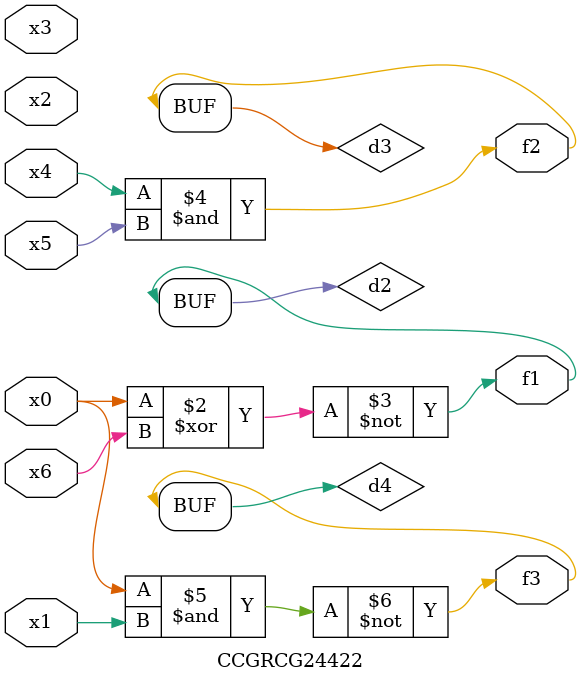
<source format=v>
module CCGRCG24422(
	input x0, x1, x2, x3, x4, x5, x6,
	output f1, f2, f3
);

	wire d1, d2, d3, d4;

	nor (d1, x0);
	xnor (d2, x0, x6);
	and (d3, x4, x5);
	nand (d4, x0, x1);
	assign f1 = d2;
	assign f2 = d3;
	assign f3 = d4;
endmodule

</source>
